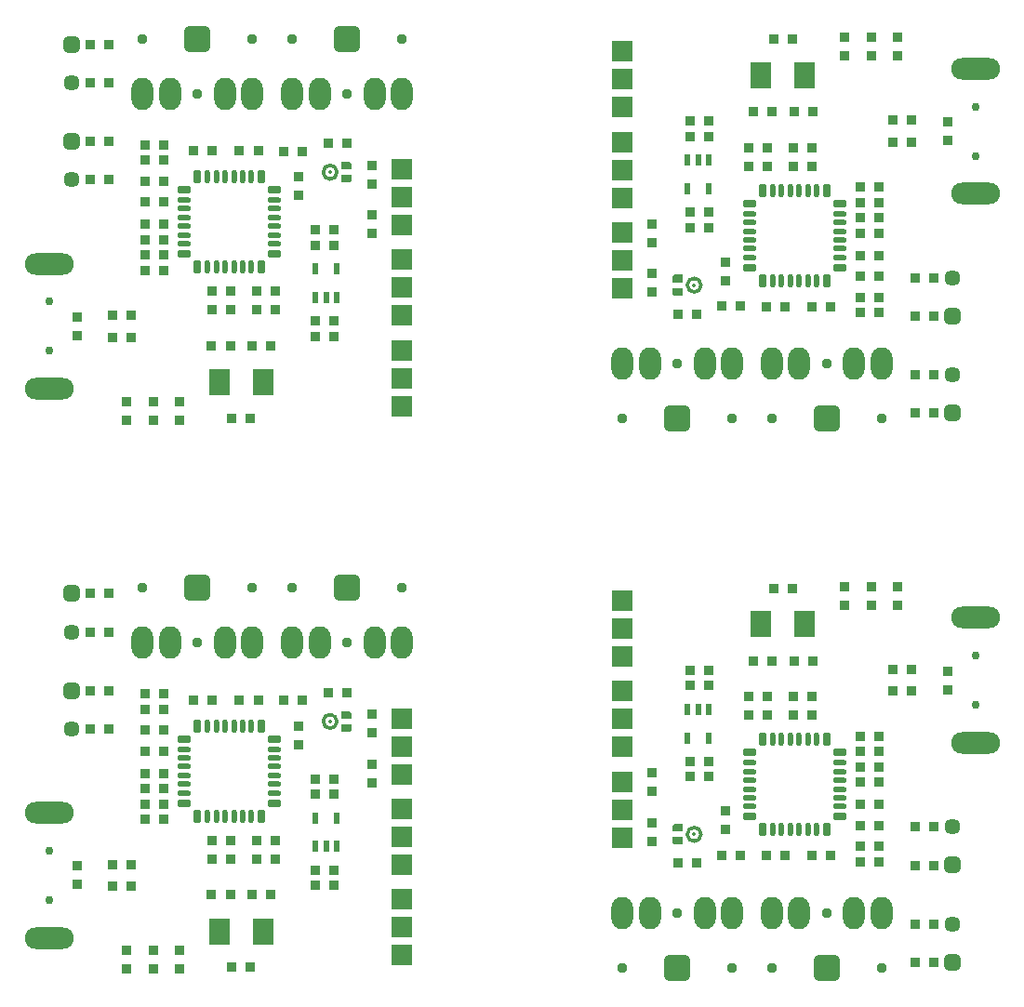
<source format=gbs>
%FSLAX25Y25*%
%MOIN*%
G70*
G01*
G75*
G04 Layer_Color=16711935*
%ADD10R,0.03150X0.03150*%
%ADD11R,0.06299X0.03937*%
%ADD12R,0.09843X0.04331*%
%ADD13C,0.04000*%
%ADD14C,0.02000*%
%ADD15C,0.01575*%
G04:AMPARAMS|DCode=16|XSize=59.06mil|YSize=59.06mil|CornerRadius=14.76mil|HoleSize=0mil|Usage=FLASHONLY|Rotation=270.000|XOffset=0mil|YOffset=0mil|HoleType=Round|Shape=RoundedRectangle|*
%AMROUNDEDRECTD16*
21,1,0.05906,0.02953,0,0,270.0*
21,1,0.02953,0.05906,0,0,270.0*
1,1,0.02953,-0.01476,-0.01476*
1,1,0.02953,-0.01476,0.01476*
1,1,0.02953,0.01476,0.01476*
1,1,0.02953,0.01476,-0.01476*
%
%ADD16ROUNDEDRECTD16*%
%ADD17C,0.05906*%
%ADD18C,0.03937*%
G04:AMPARAMS|DCode=19|XSize=98.43mil|YSize=98.43mil|CornerRadius=24.61mil|HoleSize=0mil|Usage=FLASHONLY|Rotation=270.000|XOffset=0mil|YOffset=0mil|HoleType=Round|Shape=RoundedRectangle|*
%AMROUNDEDRECTD19*
21,1,0.09843,0.04921,0,0,270.0*
21,1,0.04921,0.09843,0,0,270.0*
1,1,0.04921,-0.02461,-0.02461*
1,1,0.04921,-0.02461,0.02461*
1,1,0.04921,0.02461,0.02461*
1,1,0.04921,0.02461,-0.02461*
%
%ADD19ROUNDEDRECTD19*%
%ADD20O,0.08000X0.11811*%
%ADD21R,0.07500X0.07500*%
%ADD22O,0.17716X0.07874*%
%ADD23C,0.03150*%
%ADD24C,0.02400*%
%ADD25C,0.01201*%
%ADD26O,0.02165X0.05118*%
G04:AMPARAMS|DCode=27|XSize=31.5mil|YSize=51.18mil|CornerRadius=7.87mil|HoleSize=0mil|Usage=FLASHONLY|Rotation=270.000|XOffset=0mil|YOffset=0mil|HoleType=Round|Shape=RoundedRectangle|*
%AMROUNDEDRECTD27*
21,1,0.03150,0.03543,0,0,270.0*
21,1,0.01575,0.05118,0,0,270.0*
1,1,0.01575,-0.01772,-0.00787*
1,1,0.01575,-0.01772,0.00787*
1,1,0.01575,0.01772,0.00787*
1,1,0.01575,0.01772,-0.00787*
%
%ADD27ROUNDEDRECTD27*%
G04:AMPARAMS|DCode=28|XSize=31.5mil|YSize=51.18mil|CornerRadius=7.87mil|HoleSize=0mil|Usage=FLASHONLY|Rotation=180.000|XOffset=0mil|YOffset=0mil|HoleType=Round|Shape=RoundedRectangle|*
%AMROUNDEDRECTD28*
21,1,0.03150,0.03543,0,0,180.0*
21,1,0.01575,0.05118,0,0,180.0*
1,1,0.01575,-0.00787,0.01772*
1,1,0.01575,0.00787,0.01772*
1,1,0.01575,0.00787,-0.01772*
1,1,0.01575,-0.00787,-0.01772*
%
%ADD28ROUNDEDRECTD28*%
%ADD29O,0.05118X0.02165*%
%ADD30C,0.01201*%
%ADD31C,0.00394*%
%ADD32R,0.03543X0.03937*%
%ADD33R,0.03937X0.03543*%
G04:AMPARAMS|DCode=34|XSize=23.62mil|YSize=39.37mil|CornerRadius=2.95mil|HoleSize=0mil|Usage=FLASHONLY|Rotation=0.000|XOffset=0mil|YOffset=0mil|HoleType=Round|Shape=RoundedRectangle|*
%AMROUNDEDRECTD34*
21,1,0.02362,0.03347,0,0,0.0*
21,1,0.01772,0.03937,0,0,0.0*
1,1,0.00591,0.00886,-0.01673*
1,1,0.00591,-0.00886,-0.01673*
1,1,0.00591,-0.00886,0.01673*
1,1,0.00591,0.00886,0.01673*
%
%ADD34ROUNDEDRECTD34*%
%ADD35R,0.07874X0.09449*%
%ADD36C,0.02306*%
%ADD37C,0.01153*%
%ADD38C,0.01000*%
%ADD39C,0.00500*%
%ADD40C,0.00029*%
%ADD41C,0.00710*%
%ADD42C,0.00787*%
%ADD43C,0.00152*%
%ADD44C,0.00089*%
%ADD45R,0.02950X0.02950*%
%ADD46R,0.06099X0.03737*%
%ADD47R,0.09643X0.04131*%
%ADD48C,0.01375*%
G04:AMPARAMS|DCode=49|XSize=57.06mil|YSize=57.06mil|CornerRadius=13.76mil|HoleSize=0mil|Usage=FLASHONLY|Rotation=270.000|XOffset=0mil|YOffset=0mil|HoleType=Round|Shape=RoundedRectangle|*
%AMROUNDEDRECTD49*
21,1,0.05706,0.02953,0,0,270.0*
21,1,0.02953,0.05706,0,0,270.0*
1,1,0.02753,-0.01476,-0.01476*
1,1,0.02753,-0.01476,0.01476*
1,1,0.02753,0.01476,0.01476*
1,1,0.02753,0.01476,-0.01476*
%
%ADD49ROUNDEDRECTD49*%
%ADD50C,0.05706*%
%ADD51C,0.03737*%
G04:AMPARAMS|DCode=52|XSize=96.43mil|YSize=96.43mil|CornerRadius=23.61mil|HoleSize=0mil|Usage=FLASHONLY|Rotation=270.000|XOffset=0mil|YOffset=0mil|HoleType=Round|Shape=RoundedRectangle|*
%AMROUNDEDRECTD52*
21,1,0.09643,0.04921,0,0,270.0*
21,1,0.04921,0.09643,0,0,270.0*
1,1,0.04721,-0.02461,-0.02461*
1,1,0.04721,-0.02461,0.02461*
1,1,0.04721,0.02461,0.02461*
1,1,0.04721,0.02461,-0.02461*
%
%ADD52ROUNDEDRECTD52*%
%ADD53O,0.07800X0.11611*%
%ADD54R,0.07300X0.07300*%
%ADD55O,0.17516X0.07674*%
%ADD56C,0.02950*%
%ADD57O,0.01965X0.04918*%
G04:AMPARAMS|DCode=58|XSize=29.5mil|YSize=49.18mil|CornerRadius=6.87mil|HoleSize=0mil|Usage=FLASHONLY|Rotation=270.000|XOffset=0mil|YOffset=0mil|HoleType=Round|Shape=RoundedRectangle|*
%AMROUNDEDRECTD58*
21,1,0.02950,0.03543,0,0,270.0*
21,1,0.01575,0.04918,0,0,270.0*
1,1,0.01375,-0.01772,-0.00787*
1,1,0.01375,-0.01772,0.00787*
1,1,0.01375,0.01772,0.00787*
1,1,0.01375,0.01772,-0.00787*
%
%ADD58ROUNDEDRECTD58*%
G04:AMPARAMS|DCode=59|XSize=29.5mil|YSize=49.18mil|CornerRadius=6.87mil|HoleSize=0mil|Usage=FLASHONLY|Rotation=180.000|XOffset=0mil|YOffset=0mil|HoleType=Round|Shape=RoundedRectangle|*
%AMROUNDEDRECTD59*
21,1,0.02950,0.03543,0,0,180.0*
21,1,0.01575,0.04918,0,0,180.0*
1,1,0.01375,-0.00787,0.01772*
1,1,0.01375,0.00787,0.01772*
1,1,0.01375,0.00787,-0.01772*
1,1,0.01375,-0.00787,-0.01772*
%
%ADD59ROUNDEDRECTD59*%
%ADD60O,0.04918X0.01965*%
%ADD61R,0.03343X0.03737*%
%ADD62R,0.03737X0.03343*%
G04:AMPARAMS|DCode=63|XSize=21.62mil|YSize=37.37mil|CornerRadius=1.95mil|HoleSize=0mil|Usage=FLASHONLY|Rotation=0.000|XOffset=0mil|YOffset=0mil|HoleType=Round|Shape=RoundedRectangle|*
%AMROUNDEDRECTD63*
21,1,0.02162,0.03347,0,0,0.0*
21,1,0.01772,0.03737,0,0,0.0*
1,1,0.00391,0.00886,-0.01673*
1,1,0.00391,-0.00886,-0.01673*
1,1,0.00391,-0.00886,0.01673*
1,1,0.00391,0.00886,0.01673*
%
%ADD63ROUNDEDRECTD63*%
%ADD64R,0.07674X0.09249*%
G36*
X139357Y115713D02*
X138569Y114925D01*
X135813D01*
Y117602D01*
X139357D01*
Y115713D01*
D02*
G37*
G36*
Y121618D02*
Y119728D01*
X135813D01*
Y122406D01*
X138569D01*
X139357Y121618D01*
D02*
G37*
G36*
X257887Y74445D02*
X255132D01*
X254344Y75232D01*
Y77122D01*
X257887D01*
Y74445D01*
D02*
G37*
G36*
Y79248D02*
X254344D01*
Y81138D01*
X255132Y81925D01*
X257887D01*
Y79248D01*
D02*
G37*
G36*
X139357Y312563D02*
X138569Y311776D01*
X135813D01*
Y314453D01*
X139357D01*
Y312563D01*
D02*
G37*
G36*
Y318468D02*
Y316579D01*
X135813D01*
Y319256D01*
X138569D01*
X139357Y318468D01*
D02*
G37*
G36*
X257887Y271295D02*
X255132D01*
X254344Y272083D01*
Y273972D01*
X257887D01*
Y271295D01*
D02*
G37*
G36*
Y276098D02*
X254344D01*
Y277988D01*
X255132Y278776D01*
X257887D01*
Y276098D01*
D02*
G37*
D25*
X264572Y78185D02*
G03*
X264572Y78185I-2472J0D01*
G01*
X134073Y118665D02*
G03*
X134073Y118665I-2472J0D01*
G01*
X264572Y275035D02*
G03*
X264572Y275035I-2472J0D01*
G01*
X134073Y315516D02*
G03*
X134073Y315516I-2472J0D01*
G01*
D30*
X264572Y78185D02*
D03*
X262100Y75713D02*
D03*
X259628Y78185D02*
D03*
X262100Y80658D02*
D03*
X129128Y118665D02*
D03*
X131601Y121138D02*
D03*
X134073Y118665D02*
D03*
X131601Y116193D02*
D03*
X264572Y275035D02*
D03*
X262100Y272563D02*
D03*
X259628Y275035D02*
D03*
X262100Y277508D02*
D03*
X129128Y315516D02*
D03*
X131601Y317988D02*
D03*
X134073Y315516D02*
D03*
X131601Y313043D02*
D03*
D31*
X256116Y80587D02*
D03*
Y75783D02*
D03*
X137585Y116264D02*
D03*
Y121067D02*
D03*
X256116Y277437D02*
D03*
Y272634D02*
D03*
X137585Y313114D02*
D03*
Y317917D02*
D03*
D48*
X262100Y78185D02*
D03*
X131601Y118665D02*
D03*
X262100Y275035D02*
D03*
X131601Y315516D02*
D03*
D49*
X354716Y67106D02*
D03*
Y32305D02*
D03*
X38985Y129745D02*
D03*
Y164545D02*
D03*
X354716Y263956D02*
D03*
Y229156D02*
D03*
X38985Y326595D02*
D03*
Y361395D02*
D03*
D50*
X354716Y80885D02*
D03*
Y46085D02*
D03*
X38985Y115965D02*
D03*
Y150765D02*
D03*
X354716Y277735D02*
D03*
Y242935D02*
D03*
X38985Y312816D02*
D03*
Y347616D02*
D03*
D51*
X329301Y30285D02*
D03*
X289931D02*
D03*
X309616Y49970D02*
D03*
X275701Y30285D02*
D03*
X236331D02*
D03*
X256016Y49970D02*
D03*
X64400Y166565D02*
D03*
X103770D02*
D03*
X84085Y146880D02*
D03*
X118000Y166565D02*
D03*
X157370D02*
D03*
X137685Y146880D02*
D03*
X329301Y227135D02*
D03*
X289931D02*
D03*
X309616Y246820D02*
D03*
X275701Y227135D02*
D03*
X236331D02*
D03*
X256016Y246820D02*
D03*
X64400Y363416D02*
D03*
X103770D02*
D03*
X84085Y343731D02*
D03*
X118000Y363416D02*
D03*
X157370D02*
D03*
X137685Y343731D02*
D03*
D52*
X309616Y30285D02*
D03*
X256016D02*
D03*
X84085Y166565D02*
D03*
X137685D02*
D03*
X309616Y227135D02*
D03*
X256016D02*
D03*
X84085Y363416D02*
D03*
X137685D02*
D03*
D53*
X319458Y49970D02*
D03*
X289931D02*
D03*
X329301D02*
D03*
X299773D02*
D03*
X265858D02*
D03*
X236331D02*
D03*
X275701D02*
D03*
X246173D02*
D03*
X74243Y146880D02*
D03*
X103770D02*
D03*
X64400D02*
D03*
X93928D02*
D03*
X127842D02*
D03*
X157370D02*
D03*
X118000D02*
D03*
X147528D02*
D03*
X319458Y246820D02*
D03*
X289931D02*
D03*
X329301D02*
D03*
X299773D02*
D03*
X265858D02*
D03*
X236331D02*
D03*
X275701D02*
D03*
X246173D02*
D03*
X74243Y343731D02*
D03*
X103770D02*
D03*
X64400D02*
D03*
X93928D02*
D03*
X127842D02*
D03*
X157370D02*
D03*
X118000D02*
D03*
X147528D02*
D03*
D54*
X236416Y97085D02*
D03*
Y77085D02*
D03*
Y87085D02*
D03*
Y129485D02*
D03*
Y109485D02*
D03*
Y119485D02*
D03*
Y161985D02*
D03*
Y141985D02*
D03*
Y151985D02*
D03*
X157285Y99765D02*
D03*
Y119765D02*
D03*
Y109765D02*
D03*
Y67365D02*
D03*
Y87365D02*
D03*
Y77365D02*
D03*
Y34865D02*
D03*
Y54865D02*
D03*
Y44865D02*
D03*
X236416Y293935D02*
D03*
Y273935D02*
D03*
Y283935D02*
D03*
Y326335D02*
D03*
Y306335D02*
D03*
Y316335D02*
D03*
Y358835D02*
D03*
Y338835D02*
D03*
Y348835D02*
D03*
X157285Y296616D02*
D03*
Y316616D02*
D03*
Y306616D02*
D03*
Y264216D02*
D03*
Y284216D02*
D03*
Y274216D02*
D03*
Y231716D02*
D03*
Y251716D02*
D03*
Y241716D02*
D03*
D55*
X362886Y110944D02*
D03*
Y155826D02*
D03*
X30815Y85906D02*
D03*
Y41024D02*
D03*
X362886Y307794D02*
D03*
Y352676D02*
D03*
X30815Y282757D02*
D03*
Y237875D02*
D03*
D56*
X362886Y124527D02*
D03*
Y142243D02*
D03*
X30815Y72324D02*
D03*
Y54607D02*
D03*
X362886Y321377D02*
D03*
Y339094D02*
D03*
X30815Y269174D02*
D03*
Y251458D02*
D03*
D57*
X305990Y79843D02*
D03*
X296541D02*
D03*
X302840D02*
D03*
X299691D02*
D03*
X293391D02*
D03*
X290242D02*
D03*
X302840Y112127D02*
D03*
X305990D02*
D03*
X299691D02*
D03*
X290242D02*
D03*
X296541D02*
D03*
X293391D02*
D03*
X87711Y117007D02*
D03*
X97160D02*
D03*
X90861D02*
D03*
X94010D02*
D03*
X100310D02*
D03*
X103459D02*
D03*
X90861Y84724D02*
D03*
X87711D02*
D03*
X94010D02*
D03*
X103459D02*
D03*
X97160D02*
D03*
X100310D02*
D03*
X305990Y276694D02*
D03*
X296541D02*
D03*
X302840D02*
D03*
X299691D02*
D03*
X293391D02*
D03*
X290242D02*
D03*
X302840Y308977D02*
D03*
X305990D02*
D03*
X299691D02*
D03*
X290242D02*
D03*
X296541D02*
D03*
X293391D02*
D03*
X87711Y313858D02*
D03*
X97160D02*
D03*
X90861D02*
D03*
X94010D02*
D03*
X100310D02*
D03*
X103459D02*
D03*
X90861Y281574D02*
D03*
X87711D02*
D03*
X94010D02*
D03*
X103459D02*
D03*
X97160D02*
D03*
X100310D02*
D03*
D58*
X314258Y84469D02*
D03*
X281974D02*
D03*
X314258Y107501D02*
D03*
X281974D02*
D03*
X79443Y112381D02*
D03*
X111727D02*
D03*
X79443Y89350D02*
D03*
X111727D02*
D03*
X314258Y281320D02*
D03*
X281974D02*
D03*
X314258Y304351D02*
D03*
X281974D02*
D03*
X79443Y309231D02*
D03*
X111727D02*
D03*
X79443Y286200D02*
D03*
X111727D02*
D03*
D59*
X309631Y79843D02*
D03*
X286600D02*
D03*
X309631Y112127D02*
D03*
X286600D02*
D03*
X84069Y117007D02*
D03*
X107101D02*
D03*
X84069Y84724D02*
D03*
X107101D02*
D03*
X309631Y276694D02*
D03*
X286600D02*
D03*
X309631Y308977D02*
D03*
X286600D02*
D03*
X84069Y313858D02*
D03*
X107101D02*
D03*
X84069Y281574D02*
D03*
X107101D02*
D03*
D60*
X314258Y91261D02*
D03*
Y88111D02*
D03*
X281974D02*
D03*
Y91261D02*
D03*
X314258Y94410D02*
D03*
Y100709D02*
D03*
Y97560D02*
D03*
Y103859D02*
D03*
X281974Y94410D02*
D03*
Y97560D02*
D03*
Y103859D02*
D03*
Y100709D02*
D03*
X79443Y105590D02*
D03*
Y108739D02*
D03*
X111727D02*
D03*
Y105590D02*
D03*
X79443Y102440D02*
D03*
Y96141D02*
D03*
Y99291D02*
D03*
Y92991D02*
D03*
X111727Y102440D02*
D03*
Y99291D02*
D03*
Y92991D02*
D03*
Y96141D02*
D03*
X314258Y288111D02*
D03*
Y284961D02*
D03*
X281974D02*
D03*
Y288111D02*
D03*
X314258Y291261D02*
D03*
Y297560D02*
D03*
Y294410D02*
D03*
Y300710D02*
D03*
X281974Y291261D02*
D03*
Y294410D02*
D03*
Y300710D02*
D03*
Y297560D02*
D03*
X79443Y302440D02*
D03*
Y305590D02*
D03*
X111727D02*
D03*
Y302440D02*
D03*
X79443Y299291D02*
D03*
Y292991D02*
D03*
Y296141D02*
D03*
Y289842D02*
D03*
X111727Y299291D02*
D03*
Y296141D02*
D03*
Y289842D02*
D03*
Y292991D02*
D03*
D61*
X304462Y120885D02*
D03*
X297769D02*
D03*
X328462Y88785D02*
D03*
X321769D02*
D03*
X294562Y70585D02*
D03*
X287869D02*
D03*
X311062D02*
D03*
X304369D02*
D03*
X328462Y102285D02*
D03*
X321769D02*
D03*
X328462Y96785D02*
D03*
X321769D02*
D03*
X289962Y140385D02*
D03*
X283269D02*
D03*
X304562D02*
D03*
X297869D02*
D03*
X328462Y113285D02*
D03*
X321769D02*
D03*
X328462Y107785D02*
D03*
X321769D02*
D03*
X267262Y136960D02*
D03*
X260569D02*
D03*
X267262Y131452D02*
D03*
X260569D02*
D03*
X267262Y104305D02*
D03*
X260569D02*
D03*
X267262Y98785D02*
D03*
X260569D02*
D03*
X288462Y120885D02*
D03*
X281769D02*
D03*
X262862Y67885D02*
D03*
X256169D02*
D03*
X328462Y81285D02*
D03*
X321769D02*
D03*
X288462Y127585D02*
D03*
X281769D02*
D03*
X347962Y46085D02*
D03*
X341269D02*
D03*
X347962Y80885D02*
D03*
X341269D02*
D03*
X347962Y32385D02*
D03*
X341269D02*
D03*
X347962Y67085D02*
D03*
X341269D02*
D03*
X297362Y166385D02*
D03*
X290669D02*
D03*
X328462Y68385D02*
D03*
X321769D02*
D03*
X328462Y73885D02*
D03*
X321769D02*
D03*
X278662Y70685D02*
D03*
X271969D02*
D03*
X304462Y127585D02*
D03*
X297769D02*
D03*
X339962Y137285D02*
D03*
X333269D02*
D03*
X339962Y129485D02*
D03*
X333269D02*
D03*
X89239Y75965D02*
D03*
X95932D02*
D03*
X65239Y108065D02*
D03*
X71931D02*
D03*
X99139Y126265D02*
D03*
X105832D02*
D03*
X82639D02*
D03*
X89332D02*
D03*
X65239Y94565D02*
D03*
X71931D02*
D03*
X65239Y100065D02*
D03*
X71931D02*
D03*
X103739Y56465D02*
D03*
X110432D02*
D03*
X89139D02*
D03*
X95832D02*
D03*
X65239Y83565D02*
D03*
X71931D02*
D03*
X65239Y89065D02*
D03*
X71931D02*
D03*
X126439Y59891D02*
D03*
X133132D02*
D03*
X126439Y65398D02*
D03*
X133132D02*
D03*
X126439Y92545D02*
D03*
X133132D02*
D03*
X126439Y98065D02*
D03*
X133132D02*
D03*
X105239Y75965D02*
D03*
X111932D02*
D03*
X130839Y128965D02*
D03*
X137531D02*
D03*
X65239Y115565D02*
D03*
X71931D02*
D03*
X105239Y69265D02*
D03*
X111932D02*
D03*
X45739Y150765D02*
D03*
X52431D02*
D03*
X45739Y115965D02*
D03*
X52431D02*
D03*
X45739Y164465D02*
D03*
X52431D02*
D03*
X45739Y129765D02*
D03*
X52431D02*
D03*
X96339Y30465D02*
D03*
X103032D02*
D03*
X65239Y128465D02*
D03*
X71931D02*
D03*
X65239Y122965D02*
D03*
X71931D02*
D03*
X115039Y126165D02*
D03*
X121731D02*
D03*
X89239Y69265D02*
D03*
X95932D02*
D03*
X53739Y59565D02*
D03*
X60431D02*
D03*
X53739Y67365D02*
D03*
X60431D02*
D03*
X304462Y317735D02*
D03*
X297769D02*
D03*
X328462Y285635D02*
D03*
X321769D02*
D03*
X294562Y267435D02*
D03*
X287869D02*
D03*
X311062D02*
D03*
X304369D02*
D03*
X328462Y299135D02*
D03*
X321769D02*
D03*
X328462Y293635D02*
D03*
X321769D02*
D03*
X289962Y337235D02*
D03*
X283269D02*
D03*
X304562D02*
D03*
X297869D02*
D03*
X328462Y310135D02*
D03*
X321769D02*
D03*
X328462Y304635D02*
D03*
X321769D02*
D03*
X267262Y333810D02*
D03*
X260569D02*
D03*
X267262Y328303D02*
D03*
X260569D02*
D03*
X267262Y301156D02*
D03*
X260569D02*
D03*
X267262Y295635D02*
D03*
X260569D02*
D03*
X288462Y317735D02*
D03*
X281769D02*
D03*
X262862Y264735D02*
D03*
X256169D02*
D03*
X328462Y278135D02*
D03*
X321769D02*
D03*
X288462Y324435D02*
D03*
X281769D02*
D03*
X347962Y242935D02*
D03*
X341269D02*
D03*
X347962Y277735D02*
D03*
X341269D02*
D03*
X347962Y229235D02*
D03*
X341269D02*
D03*
X347962Y263935D02*
D03*
X341269D02*
D03*
X297362Y363235D02*
D03*
X290669D02*
D03*
X328462Y265235D02*
D03*
X321769D02*
D03*
X328462Y270735D02*
D03*
X321769D02*
D03*
X278662Y267535D02*
D03*
X271969D02*
D03*
X304462Y324435D02*
D03*
X297769D02*
D03*
X339962Y334135D02*
D03*
X333269D02*
D03*
X339962Y326335D02*
D03*
X333269D02*
D03*
X89239Y272816D02*
D03*
X95932D02*
D03*
X65239Y304916D02*
D03*
X71931D02*
D03*
X99139Y323116D02*
D03*
X105832D02*
D03*
X82639D02*
D03*
X89332D02*
D03*
X65239Y291416D02*
D03*
X71931D02*
D03*
X65239Y296916D02*
D03*
X71931D02*
D03*
X103739Y253316D02*
D03*
X110432D02*
D03*
X89139D02*
D03*
X95832D02*
D03*
X65239Y280416D02*
D03*
X71931D02*
D03*
X65239Y285916D02*
D03*
X71931D02*
D03*
X126439Y256741D02*
D03*
X133132D02*
D03*
X126439Y262248D02*
D03*
X133132D02*
D03*
X126439Y289396D02*
D03*
X133132D02*
D03*
X126439Y294916D02*
D03*
X133132D02*
D03*
X105239Y272816D02*
D03*
X111932D02*
D03*
X130839Y325816D02*
D03*
X137531D02*
D03*
X65239Y312416D02*
D03*
X71931D02*
D03*
X105239Y266116D02*
D03*
X111932D02*
D03*
X45739Y347616D02*
D03*
X52431D02*
D03*
X45739Y312816D02*
D03*
X52431D02*
D03*
X45739Y361316D02*
D03*
X52431D02*
D03*
X45739Y326616D02*
D03*
X52431D02*
D03*
X96339Y227316D02*
D03*
X103032D02*
D03*
X65239Y325316D02*
D03*
X71931D02*
D03*
X65239Y319816D02*
D03*
X71931D02*
D03*
X115039Y323016D02*
D03*
X121731D02*
D03*
X89239Y266116D02*
D03*
X95932D02*
D03*
X53739Y256416D02*
D03*
X60431D02*
D03*
X53739Y264216D02*
D03*
X60431D02*
D03*
D62*
X273416Y79839D02*
D03*
Y86532D02*
D03*
X246916Y93539D02*
D03*
Y100232D02*
D03*
X352816Y130039D02*
D03*
Y136732D02*
D03*
X246916Y75639D02*
D03*
Y82332D02*
D03*
X325516Y160339D02*
D03*
Y167032D02*
D03*
X316016Y160339D02*
D03*
Y167032D02*
D03*
X335016Y160339D02*
D03*
Y167032D02*
D03*
X120285Y117012D02*
D03*
Y110319D02*
D03*
X146785Y103312D02*
D03*
Y96619D02*
D03*
X40885Y66812D02*
D03*
Y60119D02*
D03*
X146785Y121212D02*
D03*
Y114519D02*
D03*
X68185Y36512D02*
D03*
Y29819D02*
D03*
X77685Y36512D02*
D03*
Y29819D02*
D03*
X58685Y36512D02*
D03*
Y29819D02*
D03*
X273416Y276689D02*
D03*
Y283382D02*
D03*
X246916Y290389D02*
D03*
Y297082D02*
D03*
X352816Y326889D02*
D03*
Y333582D02*
D03*
X246916Y272489D02*
D03*
Y279182D02*
D03*
X325516Y357189D02*
D03*
Y363882D02*
D03*
X316016Y357189D02*
D03*
Y363882D02*
D03*
X335016Y357189D02*
D03*
Y363882D02*
D03*
X120285Y313862D02*
D03*
Y307169D02*
D03*
X146785Y300162D02*
D03*
Y293469D02*
D03*
X40885Y263662D02*
D03*
Y256969D02*
D03*
X146785Y318062D02*
D03*
Y311369D02*
D03*
X68185Y233362D02*
D03*
Y226669D02*
D03*
X77685Y233362D02*
D03*
Y226669D02*
D03*
X58685Y233362D02*
D03*
Y226669D02*
D03*
D63*
X267256Y112767D02*
D03*
X259776D02*
D03*
X267256Y123003D02*
D03*
X263516D02*
D03*
X259776D02*
D03*
X126445Y84083D02*
D03*
X133925D02*
D03*
X126445Y73847D02*
D03*
X130185D02*
D03*
X133925D02*
D03*
X267256Y309617D02*
D03*
X259776D02*
D03*
X267256Y319853D02*
D03*
X263516D02*
D03*
X259776D02*
D03*
X126445Y280934D02*
D03*
X133925D02*
D03*
X126445Y270698D02*
D03*
X130185D02*
D03*
X133925D02*
D03*
D64*
X301790Y153585D02*
D03*
X286042D02*
D03*
X91911Y43265D02*
D03*
X107659D02*
D03*
X301790Y350435D02*
D03*
X286042D02*
D03*
X91911Y240116D02*
D03*
X107659D02*
D03*
M02*

</source>
